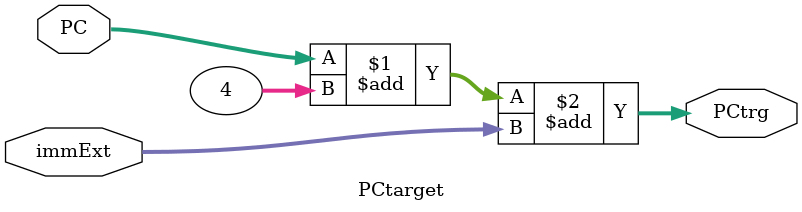
<source format=v>
module alumux( B, rd2, immExt, ALUSrc); // B > PC
input [31:0] rd2;
input [31:0] immExt;
input ALUSrc;
output [31:0] B;
assign B = ALUSrc ? immExt : rd2;
endmodule

// Define opcode and ALU control signals as macros
`define R           7'b0110011
`define I           7'b0010011
`define ILoading    7'b0000011
`define S           7'b0100011
`define B           7'b1100011
`define JALInstr    7'b1101111
`define JALRInstr   7'b1100111
`define LUIInstr    7'b0110111
`define AUIPCInstr  7'b0010111

`define ALU_ADD     4'b0000
`define ALU_SUB     4'b0001
`define ALU_SLL     4'b0010
`define ALU_SRL     4'b0011
`define ALU_SRA     4'b0100
`define ALU_AND     4'b0101
`define ALU_OR      4'b0110
`define ALU_XOR     4'b0111
`define ALU_SLT     4'b1000
`define ALU_SLTU    4'b1001
`define ALU_PASS_B  4'b1010
`define ALU_DEFAULT 4'b1111

// ALU module to perform arithmetic and logic operations
module ALU(
    output reg zero,                     // Zero flag for conditional operations
    output reg [31:0] ALUResult,         // Result of ALU operation
    input [31:0] a, b,                   // Inputs to ALU
    input [3:0] ALUControl,              // Control signal to select ALU operation
    input [6:0] opcode                   // Opcode for specific instruction behavior
);

    // Temporary signed and unsigned versions of inputs
    reg signed [31:0] signed_a, signed_b;
    reg [31:0] unsigned_a, unsigned_b;

    always @(*) begin
        // Initialize variables
        signed_a = a;
        signed_b = b;
        unsigned_a = a;
        unsigned_b = b;
        zero = 0;
        ALUResult = 0;

        // ALU operation selection based on control signal
        case(ALUControl)
            `ALU_ADD: begin
                case(opcode)
                    `R, `I, `ILoading, `S, `AUIPCInstr: ALUResult = a + b; // ADD operations
                    `JALInstr, `JALRInstr: ALUResult = a + 4;             // Increment PC
                    `LUIInstr: ALUResult = b;                             // LUI operation
                    default: ALUResult = a + b;
                endcase
            end

            `ALU_SUB: begin
                case(opcode)
                    `R: ALUResult = a - b; // SUB operation
                    `B: begin              // Branch operations
                        ALUResult = a - b;
                        zero = (ALUResult == 0); // Set zero flag for branching
                    end
                    default: ALUResult = a - b;
                endcase
            end

            `ALU_AND: ALUResult = a & b; // AND operation
            `ALU_OR:  ALUResult = a | b; // OR operation
            `ALU_XOR: ALUResult = a ^ b; // XOR operation

            `ALU_SLL: ALUResult = a << b[4:0]; // SLL operation
            `ALU_SRL: ALUResult = a >> b[4:0]; // SRL operation
            `ALU_SRA: ALUResult = signed_a >>> b[4:0]; // SRA operation

            `ALU_SLT: begin
                case(opcode)
                    `R, `I: ALUResult = (signed_a < signed_b) ? 32'd1 : 32'd0; // SLT operation
                    `B: begin
                        case(ALUControl)
                            `ALU_SLT: ALUResult = (signed_a < signed_b) ? 32'd1 : 32'd0;
                            `ALU_SLTU: ALUResult = (unsigned_a < unsigned_b) ? 32'd1 : 32'd0;
                            default: ALUResult = 32'd0;
                        endcase
                        zero = (ALUResult == 1); // Set zero flag for branching
                    end
                    default: ALUResult = (signed_a < signed_b) ? 32'd1 : 32'd0;
                endcase
            end

            `ALU_PASS_B: ALUResult = b; // Pass-through B

            default: ALUResult = 32'd0; // Default case
        endcase
    end
endmodule

// Program counter target calculation module
module PCtarget(PC, immExt, PCtrg); // B > PC
input [31:0] PC;
input [31:0] immExt;
output [31:0] PCtrg;
assign PCtrg = PC + 4 + immExt; // Compute target PC value
endmodule

</source>
